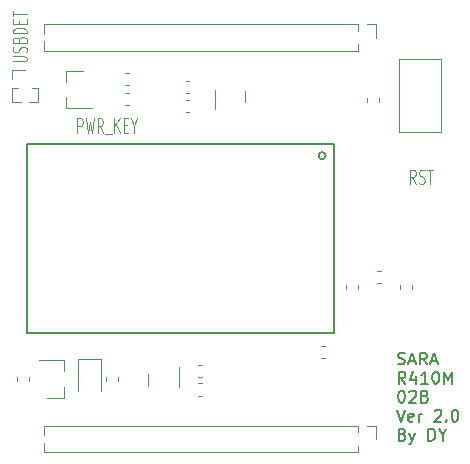
<source format=gto>
G04 #@! TF.GenerationSoftware,KiCad,Pcbnew,(5.99.0-539-g3370e8996)*
G04 #@! TF.CreationDate,2019-12-19T02:59:25-05:00*
G04 #@! TF.ProjectId,sara_r410m_02b_module_board,73617261-5f72-4343-9130-6d5f3032625f,rev?*
G04 #@! TF.SameCoordinates,Original*
G04 #@! TF.FileFunction,Legend,Top*
G04 #@! TF.FilePolarity,Positive*
%FSLAX46Y46*%
G04 Gerber Fmt 4.6, Leading zero omitted, Abs format (unit mm)*
G04 Created by KiCad (PCBNEW (5.99.0-539-g3370e8996)) date 2019-12-19 02:59:25*
%MOMM*%
%LPD*%
G04 APERTURE LIST*
%ADD10C,0.100000*%
%ADD11C,0.150000*%
%ADD12C,0.120000*%
G04 APERTURE END LIST*
D10*
X136473809Y-91042857D02*
X136473809Y-89842857D01*
X136778571Y-89842857D01*
X136854761Y-89900000D01*
X136892857Y-89957142D01*
X136930952Y-90071428D01*
X136930952Y-90242857D01*
X136892857Y-90357142D01*
X136854761Y-90414285D01*
X136778571Y-90471428D01*
X136473809Y-90471428D01*
X137197619Y-89842857D02*
X137388095Y-91042857D01*
X137540476Y-90185714D01*
X137692857Y-91042857D01*
X137883333Y-89842857D01*
X138645238Y-91042857D02*
X138378571Y-90471428D01*
X138188095Y-91042857D02*
X138188095Y-89842857D01*
X138492857Y-89842857D01*
X138569047Y-89900000D01*
X138607142Y-89957142D01*
X138645238Y-90071428D01*
X138645238Y-90242857D01*
X138607142Y-90357142D01*
X138569047Y-90414285D01*
X138492857Y-90471428D01*
X138188095Y-90471428D01*
X138797619Y-91157142D02*
X139407142Y-91157142D01*
X139597619Y-91042857D02*
X139597619Y-89842857D01*
X140054761Y-91042857D02*
X139711904Y-90357142D01*
X140054761Y-89842857D02*
X139597619Y-90528571D01*
X140397619Y-90414285D02*
X140664285Y-90414285D01*
X140778571Y-91042857D02*
X140397619Y-91042857D01*
X140397619Y-89842857D01*
X140778571Y-89842857D01*
X141273809Y-90471428D02*
X141273809Y-91042857D01*
X141007142Y-89842857D02*
X141273809Y-90471428D01*
X141540476Y-89842857D01*
X130992857Y-85026190D02*
X131964285Y-85026190D01*
X132078571Y-84988095D01*
X132135714Y-84950000D01*
X132192857Y-84873809D01*
X132192857Y-84721428D01*
X132135714Y-84645238D01*
X132078571Y-84607142D01*
X131964285Y-84569047D01*
X130992857Y-84569047D01*
X132135714Y-84226190D02*
X132192857Y-84111904D01*
X132192857Y-83921428D01*
X132135714Y-83845238D01*
X132078571Y-83807142D01*
X131964285Y-83769047D01*
X131850000Y-83769047D01*
X131735714Y-83807142D01*
X131678571Y-83845238D01*
X131621428Y-83921428D01*
X131564285Y-84073809D01*
X131507142Y-84150000D01*
X131450000Y-84188095D01*
X131335714Y-84226190D01*
X131221428Y-84226190D01*
X131107142Y-84188095D01*
X131050000Y-84150000D01*
X130992857Y-84073809D01*
X130992857Y-83883333D01*
X131050000Y-83769047D01*
X131564285Y-83159523D02*
X131621428Y-83045238D01*
X131678571Y-83007142D01*
X131792857Y-82969047D01*
X131964285Y-82969047D01*
X132078571Y-83007142D01*
X132135714Y-83045238D01*
X132192857Y-83121428D01*
X132192857Y-83426190D01*
X130992857Y-83426190D01*
X130992857Y-83159523D01*
X131050000Y-83083333D01*
X131107142Y-83045238D01*
X131221428Y-83007142D01*
X131335714Y-83007142D01*
X131450000Y-83045238D01*
X131507142Y-83083333D01*
X131564285Y-83159523D01*
X131564285Y-83426190D01*
X132192857Y-82626190D02*
X130992857Y-82626190D01*
X130992857Y-82435714D01*
X131050000Y-82321428D01*
X131164285Y-82245238D01*
X131278571Y-82207142D01*
X131507142Y-82169047D01*
X131678571Y-82169047D01*
X131907142Y-82207142D01*
X132021428Y-82245238D01*
X132135714Y-82321428D01*
X132192857Y-82435714D01*
X132192857Y-82626190D01*
X131564285Y-81826190D02*
X131564285Y-81559523D01*
X132192857Y-81445238D02*
X132192857Y-81826190D01*
X130992857Y-81826190D01*
X130992857Y-81445238D01*
X130992857Y-81216666D02*
X130992857Y-80759523D01*
X132192857Y-80988095D02*
X130992857Y-80988095D01*
X165111904Y-95392857D02*
X164845238Y-94821428D01*
X164654761Y-95392857D02*
X164654761Y-94192857D01*
X164959523Y-94192857D01*
X165035714Y-94250000D01*
X165073809Y-94307142D01*
X165111904Y-94421428D01*
X165111904Y-94592857D01*
X165073809Y-94707142D01*
X165035714Y-94764285D01*
X164959523Y-94821428D01*
X164654761Y-94821428D01*
X165416666Y-95335714D02*
X165530952Y-95392857D01*
X165721428Y-95392857D01*
X165797619Y-95335714D01*
X165835714Y-95278571D01*
X165873809Y-95164285D01*
X165873809Y-95050000D01*
X165835714Y-94935714D01*
X165797619Y-94878571D01*
X165721428Y-94821428D01*
X165569047Y-94764285D01*
X165492857Y-94707142D01*
X165454761Y-94650000D01*
X165416666Y-94535714D01*
X165416666Y-94421428D01*
X165454761Y-94307142D01*
X165492857Y-94250000D01*
X165569047Y-94192857D01*
X165759523Y-94192857D01*
X165873809Y-94250000D01*
X166102380Y-94192857D02*
X166559523Y-94192857D01*
X166330952Y-95392857D02*
X166330952Y-94192857D01*
D11*
X163637976Y-110634761D02*
X163780833Y-110682380D01*
X164018928Y-110682380D01*
X164114166Y-110634761D01*
X164161785Y-110587142D01*
X164209404Y-110491904D01*
X164209404Y-110396666D01*
X164161785Y-110301428D01*
X164114166Y-110253809D01*
X164018928Y-110206190D01*
X163828452Y-110158571D01*
X163733214Y-110110952D01*
X163685595Y-110063333D01*
X163637976Y-109968095D01*
X163637976Y-109872857D01*
X163685595Y-109777619D01*
X163733214Y-109730000D01*
X163828452Y-109682380D01*
X164066547Y-109682380D01*
X164209404Y-109730000D01*
X164590357Y-110396666D02*
X165066547Y-110396666D01*
X164495119Y-110682380D02*
X164828452Y-109682380D01*
X165161785Y-110682380D01*
X166066547Y-110682380D02*
X165733214Y-110206190D01*
X165495119Y-110682380D02*
X165495119Y-109682380D01*
X165876071Y-109682380D01*
X165971309Y-109730000D01*
X166018928Y-109777619D01*
X166066547Y-109872857D01*
X166066547Y-110015714D01*
X166018928Y-110110952D01*
X165971309Y-110158571D01*
X165876071Y-110206190D01*
X165495119Y-110206190D01*
X166447500Y-110396666D02*
X166923690Y-110396666D01*
X166352261Y-110682380D02*
X166685595Y-109682380D01*
X167018928Y-110682380D01*
X164257023Y-112292380D02*
X163923690Y-111816190D01*
X163685595Y-112292380D02*
X163685595Y-111292380D01*
X164066547Y-111292380D01*
X164161785Y-111340000D01*
X164209404Y-111387619D01*
X164257023Y-111482857D01*
X164257023Y-111625714D01*
X164209404Y-111720952D01*
X164161785Y-111768571D01*
X164066547Y-111816190D01*
X163685595Y-111816190D01*
X165114166Y-111625714D02*
X165114166Y-112292380D01*
X164876071Y-111244761D02*
X164637976Y-111959047D01*
X165257023Y-111959047D01*
X166161785Y-112292380D02*
X165590357Y-112292380D01*
X165876071Y-112292380D02*
X165876071Y-111292380D01*
X165780833Y-111435238D01*
X165685595Y-111530476D01*
X165590357Y-111578095D01*
X166780833Y-111292380D02*
X166876071Y-111292380D01*
X166971309Y-111340000D01*
X167018928Y-111387619D01*
X167066547Y-111482857D01*
X167114166Y-111673333D01*
X167114166Y-111911428D01*
X167066547Y-112101904D01*
X167018928Y-112197142D01*
X166971309Y-112244761D01*
X166876071Y-112292380D01*
X166780833Y-112292380D01*
X166685595Y-112244761D01*
X166637976Y-112197142D01*
X166590357Y-112101904D01*
X166542738Y-111911428D01*
X166542738Y-111673333D01*
X166590357Y-111482857D01*
X166637976Y-111387619D01*
X166685595Y-111340000D01*
X166780833Y-111292380D01*
X167542738Y-112292380D02*
X167542738Y-111292380D01*
X167876071Y-112006666D01*
X168209404Y-111292380D01*
X168209404Y-112292380D01*
X163876071Y-112902380D02*
X163971309Y-112902380D01*
X164066547Y-112950000D01*
X164114166Y-112997619D01*
X164161785Y-113092857D01*
X164209404Y-113283333D01*
X164209404Y-113521428D01*
X164161785Y-113711904D01*
X164114166Y-113807142D01*
X164066547Y-113854761D01*
X163971309Y-113902380D01*
X163876071Y-113902380D01*
X163780833Y-113854761D01*
X163733214Y-113807142D01*
X163685595Y-113711904D01*
X163637976Y-113521428D01*
X163637976Y-113283333D01*
X163685595Y-113092857D01*
X163733214Y-112997619D01*
X163780833Y-112950000D01*
X163876071Y-112902380D01*
X164590357Y-112997619D02*
X164637976Y-112950000D01*
X164733214Y-112902380D01*
X164971309Y-112902380D01*
X165066547Y-112950000D01*
X165114166Y-112997619D01*
X165161785Y-113092857D01*
X165161785Y-113188095D01*
X165114166Y-113330952D01*
X164542738Y-113902380D01*
X165161785Y-113902380D01*
X165923690Y-113378571D02*
X166066547Y-113426190D01*
X166114166Y-113473809D01*
X166161785Y-113569047D01*
X166161785Y-113711904D01*
X166114166Y-113807142D01*
X166066547Y-113854761D01*
X165971309Y-113902380D01*
X165590357Y-113902380D01*
X165590357Y-112902380D01*
X165923690Y-112902380D01*
X166018928Y-112950000D01*
X166066547Y-112997619D01*
X166114166Y-113092857D01*
X166114166Y-113188095D01*
X166066547Y-113283333D01*
X166018928Y-113330952D01*
X165923690Y-113378571D01*
X165590357Y-113378571D01*
X163542738Y-114512380D02*
X163876071Y-115512380D01*
X164209404Y-114512380D01*
X164923690Y-115464761D02*
X164828452Y-115512380D01*
X164637976Y-115512380D01*
X164542738Y-115464761D01*
X164495119Y-115369523D01*
X164495119Y-114988571D01*
X164542738Y-114893333D01*
X164637976Y-114845714D01*
X164828452Y-114845714D01*
X164923690Y-114893333D01*
X164971309Y-114988571D01*
X164971309Y-115083809D01*
X164495119Y-115179047D01*
X165399880Y-115512380D02*
X165399880Y-114845714D01*
X165399880Y-115036190D02*
X165447500Y-114940952D01*
X165495119Y-114893333D01*
X165590357Y-114845714D01*
X165685595Y-114845714D01*
X166733214Y-114607619D02*
X166780833Y-114560000D01*
X166876071Y-114512380D01*
X167114166Y-114512380D01*
X167209404Y-114560000D01*
X167257023Y-114607619D01*
X167304642Y-114702857D01*
X167304642Y-114798095D01*
X167257023Y-114940952D01*
X166685595Y-115512380D01*
X167304642Y-115512380D01*
X167733214Y-115417142D02*
X167780833Y-115464761D01*
X167733214Y-115512380D01*
X167685595Y-115464761D01*
X167733214Y-115417142D01*
X167733214Y-115512380D01*
X168399880Y-114512380D02*
X168495119Y-114512380D01*
X168590357Y-114560000D01*
X168637976Y-114607619D01*
X168685595Y-114702857D01*
X168733214Y-114893333D01*
X168733214Y-115131428D01*
X168685595Y-115321904D01*
X168637976Y-115417142D01*
X168590357Y-115464761D01*
X168495119Y-115512380D01*
X168399880Y-115512380D01*
X168304642Y-115464761D01*
X168257023Y-115417142D01*
X168209404Y-115321904D01*
X168161785Y-115131428D01*
X168161785Y-114893333D01*
X168209404Y-114702857D01*
X168257023Y-114607619D01*
X168304642Y-114560000D01*
X168399880Y-114512380D01*
X164018928Y-116598571D02*
X164161785Y-116646190D01*
X164209404Y-116693809D01*
X164257023Y-116789047D01*
X164257023Y-116931904D01*
X164209404Y-117027142D01*
X164161785Y-117074761D01*
X164066547Y-117122380D01*
X163685595Y-117122380D01*
X163685595Y-116122380D01*
X164018928Y-116122380D01*
X164114166Y-116170000D01*
X164161785Y-116217619D01*
X164209404Y-116312857D01*
X164209404Y-116408095D01*
X164161785Y-116503333D01*
X164114166Y-116550952D01*
X164018928Y-116598571D01*
X163685595Y-116598571D01*
X164590357Y-116455714D02*
X164828452Y-117122380D01*
X165066547Y-116455714D02*
X164828452Y-117122380D01*
X164733214Y-117360476D01*
X164685595Y-117408095D01*
X164590357Y-117455714D01*
X166209404Y-117122380D02*
X166209404Y-116122380D01*
X166447500Y-116122380D01*
X166590357Y-116170000D01*
X166685595Y-116265238D01*
X166733214Y-116360476D01*
X166780833Y-116550952D01*
X166780833Y-116693809D01*
X166733214Y-116884285D01*
X166685595Y-116979523D01*
X166590357Y-117074761D01*
X166447500Y-117122380D01*
X166209404Y-117122380D01*
X167399880Y-116646190D02*
X167399880Y-117122380D01*
X167066547Y-116122380D02*
X167399880Y-116646190D01*
X167733214Y-116122380D01*
D12*
X167310000Y-84840000D02*
X167310000Y-90960000D01*
X167310000Y-90960000D02*
X163690000Y-90960000D01*
X163690000Y-84840000D02*
X167310000Y-84840000D01*
X163690000Y-90960000D02*
X163690000Y-84840000D01*
X140862779Y-88710000D02*
X140537221Y-88710000D01*
X140862779Y-87690000D02*
X140537221Y-87690000D01*
X140862779Y-87010000D02*
X140537221Y-87010000D01*
X140862779Y-85990000D02*
X140537221Y-85990000D01*
X135540000Y-85820000D02*
X135540000Y-86750000D01*
X135540000Y-88980000D02*
X135540000Y-88050000D01*
X135540000Y-88980000D02*
X137700000Y-88980000D01*
X135540000Y-85820000D02*
X137000000Y-85820000D01*
X130940000Y-88465000D02*
X131742470Y-88465000D01*
X132357530Y-88465000D02*
X133160000Y-88465000D01*
X130940000Y-87260000D02*
X130940000Y-88465000D01*
X133160000Y-87260000D02*
X133160000Y-88465000D01*
X130940000Y-87260000D02*
X131486529Y-87260000D01*
X132613471Y-87260000D02*
X133160000Y-87260000D01*
X130940000Y-86500000D02*
X130940000Y-85740000D01*
X130940000Y-85740000D02*
X132050000Y-85740000D01*
D10*
X142500000Y-112500000D02*
X142500000Y-111500000D01*
D12*
X145100000Y-112600000D02*
X145100000Y-110910000D01*
D10*
X150700000Y-87500000D02*
X150700000Y-88500000D01*
D12*
X148100000Y-87400000D02*
X148100000Y-89090000D01*
D11*
X157504138Y-93000000D02*
G75*
G03*
X157504138Y-93000000I-304138J0D01*
G01*
X158200000Y-108000000D02*
X158200000Y-92000000D01*
X132200000Y-108000000D02*
X158200000Y-108000000D01*
X132200000Y-92000000D02*
X132200000Y-108000000D01*
X158200000Y-92000000D02*
X132200000Y-92000000D01*
D12*
X132410000Y-112062779D02*
X132410000Y-111737221D01*
X131390000Y-112062779D02*
X131390000Y-111737221D01*
X139910000Y-112062779D02*
X139910000Y-111737221D01*
X138890000Y-112062779D02*
X138890000Y-111737221D01*
X162162779Y-102790000D02*
X161837221Y-102790000D01*
X162162779Y-103810000D02*
X161837221Y-103810000D01*
X135360000Y-113480000D02*
X133900000Y-113480000D01*
X135360000Y-110320000D02*
X133200000Y-110320000D01*
X135360000Y-110320000D02*
X135360000Y-111250000D01*
X135360000Y-113480000D02*
X135360000Y-112550000D01*
X161760000Y-115890000D02*
X161760000Y-117000000D01*
X161000000Y-115890000D02*
X161760000Y-115890000D01*
X160240000Y-117563471D02*
X160240000Y-118110000D01*
X160240000Y-115890000D02*
X160240000Y-116436529D01*
X160240000Y-118110000D02*
X133635000Y-118110000D01*
X160240000Y-115890000D02*
X133635000Y-115890000D01*
X133635000Y-117307530D02*
X133635000Y-118110000D01*
X133635000Y-115890000D02*
X133635000Y-116692470D01*
X161760000Y-81890000D02*
X161760000Y-83000000D01*
X161000000Y-81890000D02*
X161760000Y-81890000D01*
X160240000Y-83563471D02*
X160240000Y-84110000D01*
X160240000Y-81890000D02*
X160240000Y-82436529D01*
X160240000Y-84110000D02*
X133635000Y-84110000D01*
X160240000Y-81890000D02*
X133635000Y-81890000D01*
X133635000Y-83307530D02*
X133635000Y-84110000D01*
X133635000Y-81890000D02*
X133635000Y-82692470D01*
X136540000Y-110215000D02*
X136540000Y-112900000D01*
X138460000Y-110215000D02*
X136540000Y-110215000D01*
X138460000Y-112900000D02*
X138460000Y-110215000D01*
X147062779Y-112290000D02*
X146737221Y-112290000D01*
X147062779Y-113310000D02*
X146737221Y-113310000D01*
X147062779Y-110690000D02*
X146737221Y-110690000D01*
X147062779Y-111710000D02*
X146737221Y-111710000D01*
X157137221Y-110110000D02*
X157462779Y-110110000D01*
X157137221Y-109090000D02*
X157462779Y-109090000D01*
X145637221Y-87710000D02*
X145962779Y-87710000D01*
X145637221Y-86690000D02*
X145962779Y-86690000D01*
X145637221Y-89310000D02*
X145962779Y-89310000D01*
X145637221Y-88290000D02*
X145962779Y-88290000D01*
X163790000Y-103937221D02*
X163790000Y-104262779D01*
X164810000Y-103937221D02*
X164810000Y-104262779D01*
X159190000Y-103937221D02*
X159190000Y-104262779D01*
X160210000Y-103937221D02*
X160210000Y-104262779D01*
X161040000Y-88137221D02*
X161040000Y-88462779D01*
X162060000Y-88137221D02*
X162060000Y-88462779D01*
M02*

</source>
